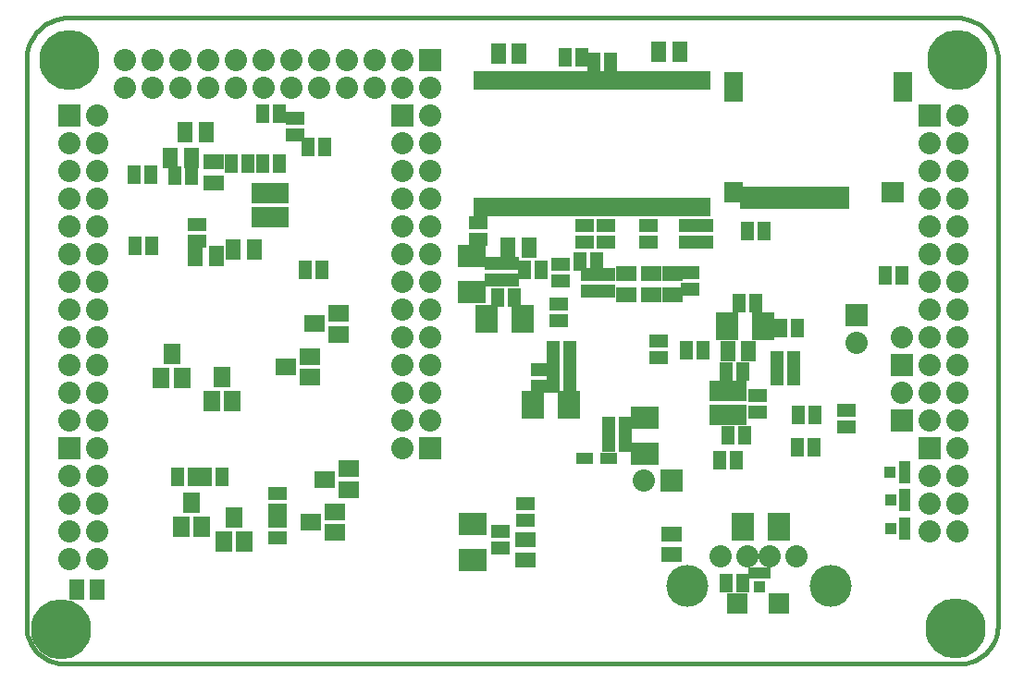
<source format=gbs>
G04 (created by PCBNEW-RS274X (2010-00-09 BZR 23xx)-stable) date sáb 03 mar 2012 12:08:15 COT*
G01*
G70*
G90*
%MOIN*%
G04 Gerber Fmt 3.4, Leading zero omitted, Abs format*
%FSLAX34Y34*%
G04 APERTURE LIST*
%ADD10C,0.006000*%
%ADD11C,0.015000*%
%ADD12C,0.216900*%
%ADD13R,0.075100X0.075100*%
%ADD14R,0.059300X0.043600*%
%ADD15R,0.046000X0.082000*%
%ADD16R,0.082000X0.074000*%
%ADD17R,0.066000X0.106000*%
%ADD18R,0.066000X0.074000*%
%ADD19R,0.075000X0.055000*%
%ADD20R,0.045000X0.065000*%
%ADD21R,0.065000X0.045000*%
%ADD22R,0.080000X0.080000*%
%ADD23C,0.080000*%
%ADD24R,0.080000X0.100000*%
%ADD25R,0.100000X0.080000*%
%ADD26R,0.055000X0.075000*%
%ADD27R,0.043600X0.039600*%
%ADD28R,0.039600X0.043600*%
%ADD29R,0.032600X0.066000*%
%ADD30R,0.067200X0.075100*%
%ADD31R,0.059300X0.075100*%
%ADD32R,0.075100X0.059300*%
%ADD33C,0.151000*%
G04 APERTURE END LIST*
G54D10*
G54D11*
X66520Y-56256D02*
X66520Y-56252D01*
X66358Y-56256D02*
X66520Y-56256D01*
X67953Y-53472D02*
X67953Y-54854D01*
X66547Y-56251D02*
X66665Y-56249D01*
X66783Y-56238D01*
X66900Y-56216D01*
X67014Y-56183D01*
X67125Y-56141D01*
X67232Y-56090D01*
X67334Y-56029D01*
X67431Y-55960D01*
X67521Y-55882D01*
X67604Y-55797D01*
X67679Y-55705D01*
X67746Y-55607D01*
X67804Y-55504D01*
X67853Y-55395D01*
X67892Y-55283D01*
X67922Y-55168D01*
X67941Y-55051D01*
X67950Y-54932D01*
X32953Y-53933D02*
X32953Y-54933D01*
X32955Y-53471D02*
X32955Y-53932D01*
X32959Y-53475D02*
X32955Y-53471D01*
X32952Y-54939D02*
X32961Y-55058D01*
X32980Y-55175D01*
X33010Y-55290D01*
X33049Y-55402D01*
X33098Y-55511D01*
X33156Y-55614D01*
X33223Y-55712D01*
X33298Y-55804D01*
X33381Y-55889D01*
X33471Y-55967D01*
X33568Y-56036D01*
X33670Y-56097D01*
X33777Y-56148D01*
X33888Y-56190D01*
X34002Y-56223D01*
X34119Y-56245D01*
X34237Y-56256D01*
X34355Y-56258D01*
X67955Y-53463D02*
X67955Y-34463D01*
X34357Y-56258D02*
X66357Y-56258D01*
X32955Y-34463D02*
X32955Y-53463D01*
X66455Y-32963D02*
X34455Y-32963D01*
X67955Y-34463D02*
X67949Y-34333D01*
X67932Y-34203D01*
X67903Y-34075D01*
X67864Y-33950D01*
X67814Y-33830D01*
X67754Y-33714D01*
X67683Y-33603D01*
X67604Y-33499D01*
X67515Y-33403D01*
X67419Y-33314D01*
X67315Y-33235D01*
X67205Y-33164D01*
X67088Y-33104D01*
X66968Y-33054D01*
X66843Y-33015D01*
X66715Y-32986D01*
X66585Y-32969D01*
X66455Y-32963D01*
X34455Y-32963D02*
X34325Y-32969D01*
X34195Y-32986D01*
X34067Y-33015D01*
X33942Y-33054D01*
X33822Y-33104D01*
X33706Y-33164D01*
X33595Y-33235D01*
X33491Y-33314D01*
X33395Y-33403D01*
X33306Y-33499D01*
X33227Y-33603D01*
X33156Y-33714D01*
X33096Y-33830D01*
X33046Y-33950D01*
X33007Y-34075D01*
X32978Y-34203D01*
X32961Y-34333D01*
X32955Y-34463D01*
G54D12*
X66425Y-54988D03*
X34500Y-34500D03*
X34197Y-55031D03*
X66500Y-34499D03*
G54D13*
X60055Y-54079D03*
X58559Y-54079D03*
G54D14*
X53059Y-48839D03*
X53925Y-48839D03*
G54D15*
X62356Y-39449D03*
X61926Y-39449D03*
X61496Y-39449D03*
X61056Y-39449D03*
X60626Y-39449D03*
X60196Y-39449D03*
X59756Y-39449D03*
X59326Y-39449D03*
X58896Y-39449D03*
G54D16*
X64166Y-39249D03*
G54D17*
X64526Y-35469D03*
X58426Y-35469D03*
G54D18*
X58416Y-39249D03*
G54D19*
X54563Y-42192D03*
X54563Y-42942D03*
G54D20*
X64493Y-42244D03*
X63893Y-42244D03*
G54D21*
X62496Y-47706D03*
X62496Y-47106D03*
G54D22*
X65500Y-36500D03*
G54D23*
X66500Y-36500D03*
X65500Y-37500D03*
X66500Y-37500D03*
X65500Y-38500D03*
X66500Y-38500D03*
X65500Y-39500D03*
X66500Y-39500D03*
X65500Y-40500D03*
X66500Y-40500D03*
X65500Y-41500D03*
X66500Y-41500D03*
X65500Y-42500D03*
X66500Y-42500D03*
X65500Y-43500D03*
X66500Y-43500D03*
X65500Y-44500D03*
X66500Y-44500D03*
X65500Y-45500D03*
X66500Y-45500D03*
X65500Y-46500D03*
X66500Y-46500D03*
X65500Y-47500D03*
X66500Y-47500D03*
G54D24*
X51200Y-46921D03*
X52500Y-46921D03*
G54D25*
X55236Y-47385D03*
X55236Y-48685D03*
G54D24*
X50839Y-43835D03*
X49539Y-43835D03*
G54D25*
X49008Y-42867D03*
X49008Y-41567D03*
G54D20*
X53401Y-34567D03*
X54001Y-34567D03*
X52957Y-34390D03*
X52357Y-34390D03*
G54D21*
X49228Y-40369D03*
X49228Y-40969D03*
X56791Y-40452D03*
X56791Y-41052D03*
X57366Y-40452D03*
X57366Y-41052D03*
X53055Y-40448D03*
X53055Y-41048D03*
X53835Y-40448D03*
X53835Y-41048D03*
X55378Y-40452D03*
X55378Y-41052D03*
X55740Y-44625D03*
X55740Y-45225D03*
G54D20*
X50536Y-43067D03*
X49936Y-43067D03*
G54D21*
X50024Y-51480D03*
X50024Y-52080D03*
X50945Y-50480D03*
X50945Y-51080D03*
X51453Y-45642D03*
X51453Y-46242D03*
G54D20*
X51936Y-44961D03*
X52536Y-44961D03*
X51944Y-45556D03*
X52544Y-45556D03*
X51944Y-46143D03*
X52544Y-46143D03*
X53928Y-48272D03*
X54528Y-48272D03*
X53928Y-47697D03*
X54528Y-47697D03*
X58936Y-40657D03*
X59536Y-40657D03*
G54D21*
X52185Y-42446D03*
X52185Y-41846D03*
X53831Y-42831D03*
X53831Y-42231D03*
X53264Y-42831D03*
X53264Y-42231D03*
X50373Y-42419D03*
X50373Y-41819D03*
G54D20*
X51489Y-42055D03*
X50889Y-42055D03*
G54D21*
X49799Y-42419D03*
X49799Y-41819D03*
X52146Y-43302D03*
X52146Y-43902D03*
G54D20*
X52913Y-41756D03*
X53513Y-41756D03*
G54D21*
X56854Y-42745D03*
X56854Y-42145D03*
G54D22*
X65500Y-48500D03*
G54D23*
X66500Y-48500D03*
X65500Y-49500D03*
X66500Y-49500D03*
X65500Y-50500D03*
X66500Y-50500D03*
X65500Y-51500D03*
X66500Y-51500D03*
G54D22*
X64500Y-47500D03*
G54D23*
X64500Y-46500D03*
G54D22*
X64500Y-45500D03*
G54D23*
X64500Y-44500D03*
G54D22*
X47500Y-48500D03*
G54D23*
X46500Y-48500D03*
G54D22*
X62851Y-43673D03*
G54D23*
X62851Y-44673D03*
G54D24*
X58212Y-44091D03*
X59512Y-44091D03*
G54D21*
X59311Y-46586D03*
X59311Y-47186D03*
G54D20*
X58765Y-45717D03*
X58165Y-45717D03*
X57940Y-48929D03*
X58540Y-48929D03*
X60779Y-47287D03*
X61379Y-47287D03*
X59999Y-45307D03*
X60599Y-45307D03*
X60747Y-48469D03*
X61347Y-48469D03*
X59999Y-45878D03*
X60599Y-45878D03*
X57320Y-44969D03*
X56720Y-44969D03*
X58228Y-48031D03*
X58828Y-48031D03*
X58621Y-43264D03*
X59221Y-43264D03*
G54D22*
X46500Y-36500D03*
G54D23*
X47500Y-36500D03*
X46500Y-37500D03*
X47500Y-37500D03*
X46500Y-38500D03*
X47500Y-38500D03*
X46500Y-39500D03*
X47500Y-39500D03*
X46500Y-40500D03*
X47500Y-40500D03*
X46500Y-41500D03*
X47500Y-41500D03*
X46500Y-42500D03*
X47500Y-42500D03*
X46500Y-43500D03*
X47500Y-43500D03*
X46500Y-44500D03*
X47500Y-44500D03*
X46500Y-45500D03*
X47500Y-45500D03*
X46500Y-46500D03*
X47500Y-46500D03*
X46500Y-47500D03*
X47500Y-47500D03*
G54D20*
X58149Y-53358D03*
X58749Y-53358D03*
G54D19*
X56197Y-51574D03*
X56197Y-52324D03*
X56224Y-42946D03*
X56224Y-42196D03*
G54D26*
X58219Y-44988D03*
X58969Y-44988D03*
G54D19*
X55472Y-42946D03*
X55472Y-42196D03*
G54D24*
X58748Y-51311D03*
X60048Y-51311D03*
G54D27*
X64590Y-49166D03*
X64590Y-49558D03*
X64080Y-49362D03*
G54D28*
X59170Y-52985D03*
X59562Y-52985D03*
X59366Y-53495D03*
G54D27*
X64594Y-51178D03*
X64594Y-51570D03*
X64084Y-51374D03*
X64594Y-50158D03*
X64594Y-50550D03*
X64084Y-50354D03*
G54D29*
X57416Y-39800D03*
X57416Y-35220D03*
X57160Y-39800D03*
X57160Y-35220D03*
X56904Y-39800D03*
X56904Y-35220D03*
X56648Y-39800D03*
X56648Y-35220D03*
X56392Y-39800D03*
X56392Y-35220D03*
X56136Y-39800D03*
X56136Y-35220D03*
X55880Y-39800D03*
X55880Y-35220D03*
X55624Y-39800D03*
X55624Y-35220D03*
X55368Y-39800D03*
X55368Y-35220D03*
X55112Y-39800D03*
X55112Y-35220D03*
X54856Y-39800D03*
X54856Y-35220D03*
X54600Y-39800D03*
X54600Y-35220D03*
X54344Y-39800D03*
X54344Y-35220D03*
X54088Y-39800D03*
X54088Y-35220D03*
X53832Y-39800D03*
X53832Y-35220D03*
X53576Y-39800D03*
X53576Y-35220D03*
X53320Y-39800D03*
X53320Y-35220D03*
X53064Y-39800D03*
X53064Y-35220D03*
X52808Y-39800D03*
X52808Y-35220D03*
X52552Y-39800D03*
X52552Y-35220D03*
X52296Y-39800D03*
X52296Y-35220D03*
X52040Y-39800D03*
X52040Y-35220D03*
X51784Y-39800D03*
X51784Y-35220D03*
X51528Y-39800D03*
X51528Y-35220D03*
X51272Y-39800D03*
X51272Y-35220D03*
X51016Y-39800D03*
X51016Y-35220D03*
X50760Y-39800D03*
X50760Y-35220D03*
X50504Y-39800D03*
X50504Y-35220D03*
X50248Y-39800D03*
X50248Y-35220D03*
X49992Y-39800D03*
X49992Y-35220D03*
X49736Y-39800D03*
X49736Y-35220D03*
X49480Y-39800D03*
X49480Y-35220D03*
X49224Y-39800D03*
X49224Y-35220D03*
G54D30*
X57898Y-47299D03*
X57898Y-46433D03*
X58567Y-46433D03*
X58567Y-47299D03*
G54D19*
X50938Y-51779D03*
X50938Y-52529D03*
G54D26*
X51064Y-41240D03*
X50314Y-41240D03*
G54D22*
X56193Y-49654D03*
G54D23*
X55193Y-49654D03*
G54D26*
X50710Y-34260D03*
X49960Y-34260D03*
X34763Y-53579D03*
X35513Y-53579D03*
X55743Y-34181D03*
X56493Y-34181D03*
X38673Y-37070D03*
X39423Y-37070D03*
G54D19*
X39705Y-38914D03*
X39705Y-38164D03*
G54D26*
X38895Y-38011D03*
X38145Y-38011D03*
G54D20*
X40919Y-38216D03*
X40319Y-38216D03*
X41457Y-38216D03*
X42057Y-38216D03*
X38891Y-38665D03*
X38291Y-38665D03*
X42996Y-42066D03*
X43596Y-42066D03*
X37423Y-38610D03*
X36823Y-38610D03*
X37458Y-41173D03*
X36858Y-41173D03*
G54D21*
X39095Y-41012D03*
X39095Y-40412D03*
G54D20*
X43688Y-37609D03*
X43088Y-37609D03*
G54D25*
X49032Y-51232D03*
X49032Y-52532D03*
G54D22*
X34500Y-36500D03*
G54D23*
X35500Y-36500D03*
X34500Y-37500D03*
X35500Y-37500D03*
X34500Y-38500D03*
X35500Y-38500D03*
X34500Y-39500D03*
X35500Y-39500D03*
X34500Y-40500D03*
X35500Y-40500D03*
X34500Y-41500D03*
X35500Y-41500D03*
X34500Y-42500D03*
X35500Y-42500D03*
X34500Y-43500D03*
X35500Y-43500D03*
X34500Y-44500D03*
X35500Y-44500D03*
X34500Y-45500D03*
X35500Y-45500D03*
X34500Y-46500D03*
X35500Y-46500D03*
X34500Y-47500D03*
X35500Y-47500D03*
G54D22*
X47500Y-34500D03*
G54D23*
X47500Y-35500D03*
X46500Y-34500D03*
X46500Y-35500D03*
X45500Y-34500D03*
X45500Y-35500D03*
X44500Y-34500D03*
X44500Y-35500D03*
X43500Y-34500D03*
X43500Y-35500D03*
X42500Y-34500D03*
X42500Y-35500D03*
X41500Y-34500D03*
X41500Y-35500D03*
X40500Y-34500D03*
X40500Y-35500D03*
X39500Y-34500D03*
X39500Y-35500D03*
X38500Y-34500D03*
X38500Y-35500D03*
X37500Y-34500D03*
X37500Y-35500D03*
X36500Y-34500D03*
X36500Y-35500D03*
G54D21*
X42615Y-37170D03*
X42615Y-36570D03*
G54D20*
X39393Y-49510D03*
X39993Y-49510D03*
X39012Y-49514D03*
X38412Y-49514D03*
G54D31*
X39272Y-51309D03*
X38524Y-51309D03*
X38898Y-50443D03*
X40803Y-51856D03*
X40055Y-51856D03*
X40429Y-50990D03*
G54D21*
X42000Y-51107D03*
X42000Y-51707D03*
X42000Y-50719D03*
X42000Y-50119D03*
G54D32*
X44571Y-49234D03*
X44571Y-49982D03*
X43705Y-49608D03*
X44063Y-50781D03*
X44063Y-51529D03*
X43197Y-51155D03*
G54D31*
X38561Y-45939D03*
X37813Y-45939D03*
X38187Y-45073D03*
X40363Y-46771D03*
X39615Y-46771D03*
X39989Y-45905D03*
G54D32*
X44195Y-43626D03*
X44195Y-44374D03*
X43329Y-44000D03*
X43148Y-45177D03*
X43148Y-45925D03*
X42282Y-45551D03*
G54D20*
X42074Y-36436D03*
X41474Y-36436D03*
G54D22*
X34490Y-48499D03*
G54D23*
X35490Y-48499D03*
X34490Y-49499D03*
X35490Y-49499D03*
X34490Y-50499D03*
X35490Y-50499D03*
X34490Y-51499D03*
X35490Y-51499D03*
X34490Y-52499D03*
X35490Y-52499D03*
G54D30*
X42057Y-39278D03*
X42057Y-40144D03*
X41388Y-40144D03*
X41388Y-39278D03*
G54D23*
X59729Y-52371D03*
X58941Y-52371D03*
X60713Y-52371D03*
G54D33*
X61920Y-53441D03*
X56750Y-53441D03*
G54D23*
X57957Y-52371D03*
G54D26*
X39047Y-41551D03*
X39797Y-41551D03*
X41159Y-41307D03*
X40409Y-41307D03*
G54D20*
X60737Y-44165D03*
X60137Y-44165D03*
M02*

</source>
